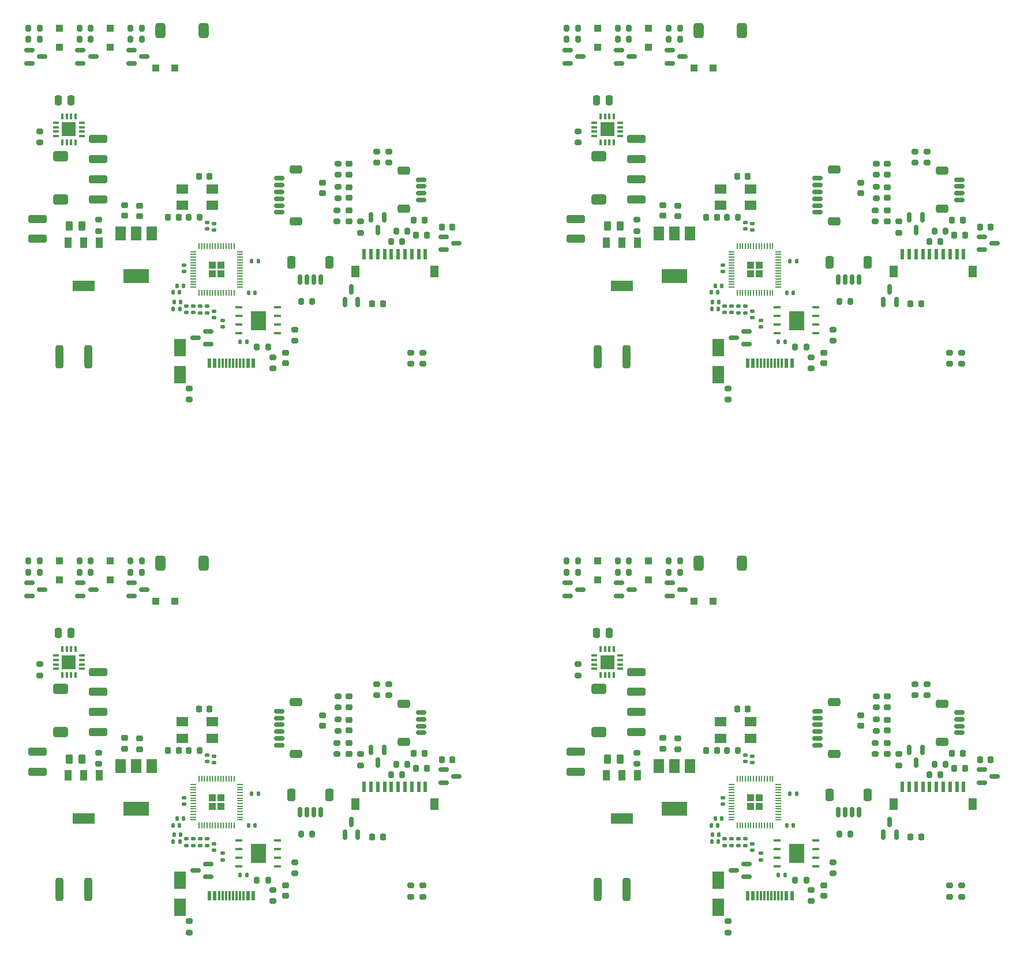
<source format=gtp>
G04 #@! TF.GenerationSoftware,KiCad,Pcbnew,6.0.0-d3dd2cf0fa~116~ubuntu20.04.1*
G04 #@! TF.CreationDate,2023-02-24T20:34:37+00:00*
G04 #@! TF.ProjectId,pixel-pump-mainboard-panel,70697865-6c2d-4707-956d-702d6d61696e,9*
G04 #@! TF.SameCoordinates,Original*
G04 #@! TF.FileFunction,Paste,Top*
G04 #@! TF.FilePolarity,Positive*
%FSLAX46Y46*%
G04 Gerber Fmt 4.6, Leading zero omitted, Abs format (unit mm)*
G04 Created by KiCad (PCBNEW 6.0.0-d3dd2cf0fa~116~ubuntu20.04.1) date 2023-02-24 20:34:37*
%MOMM*%
%LPD*%
G01*
G04 APERTURE LIST*
G04 Aperture macros list*
%AMRoundRect*
0 Rectangle with rounded corners*
0 $1 Rounding radius*
0 $2 $3 $4 $5 $6 $7 $8 $9 X,Y pos of 4 corners*
0 Add a 4 corners polygon primitive as box body*
4,1,4,$2,$3,$4,$5,$6,$7,$8,$9,$2,$3,0*
0 Add four circle primitives for the rounded corners*
1,1,$1+$1,$2,$3*
1,1,$1+$1,$4,$5*
1,1,$1+$1,$6,$7*
1,1,$1+$1,$8,$9*
0 Add four rect primitives between the rounded corners*
20,1,$1+$1,$2,$3,$4,$5,0*
20,1,$1+$1,$4,$5,$6,$7,0*
20,1,$1+$1,$6,$7,$8,$9,0*
20,1,$1+$1,$8,$9,$2,$3,0*%
G04 Aperture macros list end*
%ADD10C,0.010000*%
%ADD11RoundRect,0.225000X0.250000X-0.225000X0.250000X0.225000X-0.250000X0.225000X-0.250000X-0.225000X0*%
%ADD12RoundRect,0.200000X-0.275000X0.200000X-0.275000X-0.200000X0.275000X-0.200000X0.275000X0.200000X0*%
%ADD13RoundRect,0.150000X-0.587500X-0.150000X0.587500X-0.150000X0.587500X0.150000X-0.587500X0.150000X0*%
%ADD14RoundRect,0.200000X-0.200000X-0.275000X0.200000X-0.275000X0.200000X0.275000X-0.200000X0.275000X0*%
%ADD15R,1.800000X2.500000*%
%ADD16RoundRect,0.250000X0.292217X0.292217X-0.292217X0.292217X-0.292217X-0.292217X0.292217X-0.292217X0*%
%ADD17RoundRect,0.050000X0.387500X0.050000X-0.387500X0.050000X-0.387500X-0.050000X0.387500X-0.050000X0*%
%ADD18RoundRect,0.050000X0.050000X0.387500X-0.050000X0.387500X-0.050000X-0.387500X0.050000X-0.387500X0*%
%ADD19RoundRect,0.225000X-0.250000X0.225000X-0.250000X-0.225000X0.250000X-0.225000X0.250000X0.225000X0*%
%ADD20RoundRect,0.140000X0.140000X0.170000X-0.140000X0.170000X-0.140000X-0.170000X0.140000X-0.170000X0*%
%ADD21RoundRect,0.225000X0.225000X0.250000X-0.225000X0.250000X-0.225000X-0.250000X0.225000X-0.250000X0*%
%ADD22R,1.100000X1.100000*%
%ADD23R,0.600000X1.450000*%
%ADD24R,0.300000X1.450000*%
%ADD25RoundRect,0.200000X0.200000X0.275000X-0.200000X0.275000X-0.200000X-0.275000X0.200000X-0.275000X0*%
%ADD26RoundRect,0.218750X-0.256250X0.218750X-0.256250X-0.218750X0.256250X-0.218750X0.256250X0.218750X0*%
%ADD27RoundRect,0.250000X0.312500X1.450000X-0.312500X1.450000X-0.312500X-1.450000X0.312500X-1.450000X0*%
%ADD28R,0.990600X1.498600*%
%ADD29R,3.276600X1.498600*%
%ADD30R,1.500000X2.000000*%
%ADD31R,3.800000X2.000000*%
%ADD32RoundRect,0.140000X-0.140000X-0.170000X0.140000X-0.170000X0.140000X0.170000X-0.140000X0.170000X0*%
%ADD33RoundRect,0.150000X-0.150000X-0.625000X0.150000X-0.625000X0.150000X0.625000X-0.150000X0.625000X0*%
%ADD34RoundRect,0.250000X-0.350000X-0.650000X0.350000X-0.650000X0.350000X0.650000X-0.350000X0.650000X0*%
%ADD35RoundRect,0.135000X-0.185000X0.135000X-0.185000X-0.135000X0.185000X-0.135000X0.185000X0.135000X0*%
%ADD36RoundRect,0.375000X0.375000X0.725000X-0.375000X0.725000X-0.375000X-0.725000X0.375000X-0.725000X0*%
%ADD37RoundRect,0.250000X0.262500X0.450000X-0.262500X0.450000X-0.262500X-0.450000X0.262500X-0.450000X0*%
%ADD38RoundRect,0.250000X-0.250000X-0.475000X0.250000X-0.475000X0.250000X0.475000X-0.250000X0.475000X0*%
%ADD39RoundRect,0.200000X0.275000X-0.200000X0.275000X0.200000X-0.275000X0.200000X-0.275000X-0.200000X0*%
%ADD40RoundRect,0.150000X0.625000X-0.150000X0.625000X0.150000X-0.625000X0.150000X-0.625000X-0.150000X0*%
%ADD41RoundRect,0.250000X0.650000X-0.350000X0.650000X0.350000X-0.650000X0.350000X-0.650000X-0.350000X0*%
%ADD42RoundRect,0.140000X-0.170000X0.140000X-0.170000X-0.140000X0.170000X-0.140000X0.170000X0.140000X0*%
%ADD43RoundRect,0.250000X-1.100000X0.325000X-1.100000X-0.325000X1.100000X-0.325000X1.100000X0.325000X0*%
%ADD44RoundRect,0.375000X-0.725000X0.375000X-0.725000X-0.375000X0.725000X-0.375000X0.725000X0.375000X0*%
%ADD45RoundRect,0.150000X0.587500X0.150000X-0.587500X0.150000X-0.587500X-0.150000X0.587500X-0.150000X0*%
%ADD46R,1.800000X1.400000*%
%ADD47RoundRect,0.150000X0.150000X-0.587500X0.150000X0.587500X-0.150000X0.587500X-0.150000X-0.587500X0*%
%ADD48RoundRect,0.150000X-0.150000X0.587500X-0.150000X-0.587500X0.150000X-0.587500X0.150000X0.587500X0*%
%ADD49RoundRect,0.250000X1.100000X-0.325000X1.100000X0.325000X-1.100000X0.325000X-1.100000X-0.325000X0*%
%ADD50R,0.600000X1.550000*%
%ADD51R,1.200000X1.800000*%
%ADD52RoundRect,0.140000X0.170000X-0.140000X0.170000X0.140000X-0.170000X0.140000X-0.170000X-0.140000X0*%
%ADD53R,0.965200X0.381000*%
%ADD54R,0.381000X0.965200*%
%ADD55R,2.159000X2.159000*%
%ADD56R,1.040000X0.440000*%
%ADD57RoundRect,0.225000X-0.225000X-0.250000X0.225000X-0.250000X0.225000X0.250000X-0.225000X0.250000X0*%
%ADD58RoundRect,0.150000X-0.625000X0.150000X-0.625000X-0.150000X0.625000X-0.150000X0.625000X0.150000X0*%
%ADD59RoundRect,0.250000X-0.650000X0.350000X-0.650000X-0.350000X0.650000X-0.350000X0.650000X0.350000X0*%
G04 APERTURE END LIST*
D10*
G04 #@! TO.C,U3*
X127056000Y-144939019D02*
X124896000Y-144939019D01*
X124896000Y-144939019D02*
X124896000Y-142219019D01*
X124896000Y-142219019D02*
X127056000Y-142219019D01*
X127056000Y-142219019D02*
X127056000Y-144939019D01*
G36*
X127056000Y-144939019D02*
G01*
X124896000Y-144939019D01*
X124896000Y-142219019D01*
X127056000Y-142219019D01*
X127056000Y-144939019D01*
G37*
X127056000Y-144939019D02*
X124896000Y-144939019D01*
X124896000Y-142219019D01*
X127056000Y-142219019D01*
X127056000Y-144939019D01*
X48056000Y-144939019D02*
X45896000Y-144939019D01*
X45896000Y-144939019D02*
X45896000Y-142219019D01*
X45896000Y-142219019D02*
X48056000Y-142219019D01*
X48056000Y-142219019D02*
X48056000Y-144939019D01*
G36*
X48056000Y-144939019D02*
G01*
X45896000Y-144939019D01*
X45896000Y-142219019D01*
X48056000Y-142219019D01*
X48056000Y-144939019D01*
G37*
X48056000Y-144939019D02*
X45896000Y-144939019D01*
X45896000Y-142219019D01*
X48056000Y-142219019D01*
X48056000Y-144939019D01*
X48056000Y-66679399D02*
X45896000Y-66679399D01*
X45896000Y-66679399D02*
X45896000Y-63959399D01*
X45896000Y-63959399D02*
X48056000Y-63959399D01*
X48056000Y-63959399D02*
X48056000Y-66679399D01*
G36*
X48056000Y-66679399D02*
G01*
X45896000Y-66679399D01*
X45896000Y-63959399D01*
X48056000Y-63959399D01*
X48056000Y-66679399D01*
G37*
X48056000Y-66679399D02*
X45896000Y-66679399D01*
X45896000Y-63959399D01*
X48056000Y-63959399D01*
X48056000Y-66679399D01*
X127056000Y-66679399D02*
X124896000Y-66679399D01*
X124896000Y-66679399D02*
X124896000Y-63959399D01*
X124896000Y-63959399D02*
X127056000Y-63959399D01*
X127056000Y-63959399D02*
X127056000Y-66679399D01*
G36*
X127056000Y-66679399D02*
G01*
X124896000Y-66679399D01*
X124896000Y-63959399D01*
X127056000Y-63959399D01*
X127056000Y-66679399D01*
G37*
X127056000Y-66679399D02*
X124896000Y-66679399D01*
X124896000Y-63959399D01*
X127056000Y-63959399D01*
X127056000Y-66679399D01*
G04 #@! TD*
D11*
G04 #@! TO.C,C11*
X29607400Y-128301219D03*
X29607400Y-126751219D03*
G04 #@! TD*
D12*
G04 #@! TO.C,R8*
X58665000Y-42269399D03*
X58665000Y-43919399D03*
G04 #@! TD*
D13*
G04 #@! TO.C,Q3*
X28390500Y-103891019D03*
X28390500Y-105791019D03*
X30265500Y-104841019D03*
G04 #@! TD*
D14*
G04 #@! TO.C,R6*
X92263000Y-22390399D03*
X93913000Y-22390399D03*
G04 #@! TD*
D15*
G04 #@! TO.C,D5*
X35487000Y-69299199D03*
X35487000Y-73299199D03*
G04 #@! TD*
D16*
G04 #@! TO.C,U4*
X41517500Y-136723519D03*
X41517500Y-135448519D03*
X40242500Y-136723519D03*
X40242500Y-135448519D03*
D17*
X44317500Y-138686019D03*
X44317500Y-138286019D03*
X44317500Y-137886019D03*
X44317500Y-137486019D03*
X44317500Y-137086019D03*
X44317500Y-136686019D03*
X44317500Y-136286019D03*
X44317500Y-135886019D03*
X44317500Y-135486019D03*
X44317500Y-135086019D03*
X44317500Y-134686019D03*
X44317500Y-134286019D03*
X44317500Y-133886019D03*
X44317500Y-133486019D03*
D18*
X43480000Y-132648519D03*
X43080000Y-132648519D03*
X42680000Y-132648519D03*
X42280000Y-132648519D03*
X41880000Y-132648519D03*
X41480000Y-132648519D03*
X41080000Y-132648519D03*
X40680000Y-132648519D03*
X40280000Y-132648519D03*
X39880000Y-132648519D03*
X39480000Y-132648519D03*
X39080000Y-132648519D03*
X38680000Y-132648519D03*
X38280000Y-132648519D03*
D17*
X37442500Y-133486019D03*
X37442500Y-133886019D03*
X37442500Y-134286019D03*
X37442500Y-134686019D03*
X37442500Y-135086019D03*
X37442500Y-135486019D03*
X37442500Y-135886019D03*
X37442500Y-136286019D03*
X37442500Y-136686019D03*
X37442500Y-137086019D03*
X37442500Y-137486019D03*
X37442500Y-137886019D03*
X37442500Y-138286019D03*
X37442500Y-138686019D03*
D18*
X38280000Y-139523519D03*
X38680000Y-139523519D03*
X39080000Y-139523519D03*
X39480000Y-139523519D03*
X39880000Y-139523519D03*
X40280000Y-139523519D03*
X40680000Y-139523519D03*
X41080000Y-139523519D03*
X41480000Y-139523519D03*
X41880000Y-139523519D03*
X42280000Y-139523519D03*
X42680000Y-139523519D03*
X43080000Y-139523519D03*
X43480000Y-139523519D03*
G04 #@! TD*
D19*
G04 #@! TO.C,C21*
X50968800Y-148315819D03*
X50968800Y-149865819D03*
G04 #@! TD*
D20*
G04 #@! TO.C,C22*
X125978400Y-56581799D03*
X125018400Y-56581799D03*
G04 #@! TD*
D21*
G04 #@! TO.C,C7*
X114310000Y-50206399D03*
X112760000Y-50206399D03*
G04 #@! TD*
D14*
G04 #@! TO.C,R15*
X99756000Y-24041399D03*
X101406000Y-24041399D03*
G04 #@! TD*
D22*
G04 #@! TO.C,D9*
X104264000Y-22387399D03*
X104264000Y-25187399D03*
G04 #@! TD*
D23*
G04 #@! TO.C,J12*
X39794000Y-149871519D03*
X40594000Y-149871519D03*
D24*
X41794000Y-149871519D03*
X42794000Y-149871519D03*
X43294000Y-149871519D03*
X44294000Y-149871519D03*
D23*
X46294000Y-149871519D03*
X45494000Y-149871519D03*
D24*
X44794000Y-149871519D03*
X43794000Y-149871519D03*
X42294000Y-149871519D03*
X41294000Y-149871519D03*
G04 #@! TD*
D20*
G04 #@! TO.C,C18*
X125546600Y-139515019D03*
X124586600Y-139515019D03*
G04 #@! TD*
D12*
G04 #@! TO.C,R22*
X66158000Y-40491399D03*
X66158000Y-42141399D03*
G04 #@! TD*
G04 #@! TO.C,R10*
X137538000Y-49127399D03*
X137538000Y-50777399D03*
G04 #@! TD*
D25*
G04 #@! TO.C,R27*
X117408000Y-128466019D03*
X115758000Y-128466019D03*
G04 #@! TD*
D26*
G04 #@! TO.C,D7*
X139316000Y-127424519D03*
X139316000Y-128999519D03*
G04 #@! TD*
D27*
G04 #@! TO.C,F1*
X22067500Y-70653399D03*
X17792500Y-70653399D03*
G04 #@! TD*
D28*
G04 #@! TO.C,Q4*
X102613000Y-53914799D03*
X100327000Y-53914799D03*
X98041000Y-53914799D03*
D29*
X100327000Y-60213999D03*
G04 #@! TD*
D27*
G04 #@! TO.C,F1*
X101067500Y-70653399D03*
X96792500Y-70653399D03*
G04 #@! TD*
D12*
G04 #@! TO.C,R12*
X58665000Y-45698399D03*
X58665000Y-47348399D03*
G04 #@! TD*
D30*
G04 #@! TO.C,U1*
X31374000Y-52517399D03*
X29074000Y-52517399D03*
X26774000Y-52517399D03*
D31*
X29074000Y-58817399D03*
G04 #@! TD*
D11*
G04 #@! TO.C,C11*
X29607400Y-50041599D03*
X29607400Y-48491599D03*
G04 #@! TD*
D26*
G04 #@! TO.C,D2*
X139316000Y-42306899D03*
X139316000Y-43881899D03*
G04 #@! TD*
D32*
G04 #@! TO.C,C23*
X35066000Y-138499019D03*
X36026000Y-138499019D03*
G04 #@! TD*
D33*
G04 #@! TO.C,J9*
X132126400Y-137563419D03*
X133126400Y-137563419D03*
X134126400Y-137563419D03*
X135126400Y-137563419D03*
D34*
X130826400Y-135038419D03*
X136426400Y-135038419D03*
G04 #@! TD*
D35*
G04 #@! TO.C,R4*
X118483000Y-63186399D03*
X118483000Y-64206399D03*
G04 #@! TD*
D36*
G04 #@! TO.C,L2*
X38942000Y-100971019D03*
X32642000Y-100971019D03*
G04 #@! TD*
D20*
G04 #@! TO.C,C18*
X125546600Y-61255399D03*
X124586600Y-61255399D03*
G04 #@! TD*
D37*
G04 #@! TO.C,R19*
X21096500Y-51476399D03*
X19271500Y-51476399D03*
G04 #@! TD*
G04 #@! TO.C,R19*
X100096500Y-129736019D03*
X98271500Y-129736019D03*
G04 #@! TD*
D38*
G04 #@! TO.C,C2*
X17600000Y-111226019D03*
X19500000Y-111226019D03*
G04 #@! TD*
D39*
G04 #@! TO.C,R28*
X52315000Y-68303399D03*
X52315000Y-66653399D03*
G04 #@! TD*
D21*
G04 #@! TO.C,C25*
X150708200Y-131082219D03*
X149158200Y-131082219D03*
G04 #@! TD*
D25*
G04 #@! TO.C,R2*
X48441000Y-147516019D03*
X46791000Y-147516019D03*
G04 #@! TD*
D35*
G04 #@! TO.C,R4*
X39483000Y-141446019D03*
X39483000Y-142466019D03*
G04 #@! TD*
D40*
G04 #@! TO.C,J7*
X70912000Y-125902019D03*
X70912000Y-124902019D03*
X70912000Y-123902019D03*
X70912000Y-122902019D03*
D41*
X68387000Y-127202019D03*
X68387000Y-121602019D03*
G04 #@! TD*
D42*
G04 #@! TO.C,C12*
X118513400Y-129177219D03*
X118513400Y-130137219D03*
G04 #@! TD*
D26*
G04 #@! TO.C,D7*
X60316000Y-49164899D03*
X60316000Y-50739899D03*
G04 #@! TD*
D12*
G04 #@! TO.C,R8*
X137665000Y-42269399D03*
X137665000Y-43919399D03*
G04 #@! TD*
D13*
G04 #@! TO.C,Q2*
X99897500Y-103891019D03*
X99897500Y-105791019D03*
X101772500Y-104841019D03*
G04 #@! TD*
D39*
G04 #@! TO.C,R3*
X128140000Y-150627019D03*
X128140000Y-148977019D03*
G04 #@! TD*
D14*
G04 #@! TO.C,R29*
X146238000Y-52238399D03*
X147888000Y-52238399D03*
G04 #@! TD*
D43*
G04 #@! TO.C,C5*
X93600000Y-50391399D03*
X93600000Y-53341399D03*
G04 #@! TD*
D44*
G04 #@! TO.C,L1*
X96957500Y-41216399D03*
X96957500Y-47516399D03*
G04 #@! TD*
D45*
G04 #@! TO.C,D4*
X118663500Y-147069019D03*
X118663500Y-145169019D03*
X116788500Y-146119019D03*
G04 #@! TD*
D32*
G04 #@! TO.C,C19*
X113456400Y-139464219D03*
X114416400Y-139464219D03*
G04 #@! TD*
D39*
G04 #@! TO.C,R28*
X52315000Y-146563019D03*
X52315000Y-144913019D03*
G04 #@! TD*
D19*
G04 #@! TO.C,C21*
X129968800Y-70056199D03*
X129968800Y-71606199D03*
G04 #@! TD*
D46*
G04 #@! TO.C,Y1*
X119270000Y-46026399D03*
X114870000Y-46026399D03*
X114870000Y-48426399D03*
X119270000Y-48426399D03*
G04 #@! TD*
D12*
G04 #@! TO.C,R25*
X61967000Y-129038019D03*
X61967000Y-130688019D03*
G04 #@! TD*
D42*
G04 #@! TO.C,C14*
X116430600Y-63216399D03*
X116430600Y-64176399D03*
G04 #@! TD*
D11*
G04 #@! TO.C,C11*
X108607400Y-50041599D03*
X108607400Y-48491599D03*
G04 #@! TD*
D42*
G04 #@! TO.C,C12*
X118513400Y-50917599D03*
X118513400Y-51877599D03*
G04 #@! TD*
D21*
G04 #@! TO.C,C7*
X114310000Y-128466019D03*
X112760000Y-128466019D03*
G04 #@! TD*
D26*
G04 #@! TO.C,D8*
X139316000Y-45735899D03*
X139316000Y-47310899D03*
G04 #@! TD*
D14*
G04 #@! TO.C,R26*
X53268000Y-140785019D03*
X54918000Y-140785019D03*
G04 #@! TD*
D13*
G04 #@! TO.C,D6*
X74192300Y-53058399D03*
X74192300Y-54958399D03*
X76067300Y-54008399D03*
G04 #@! TD*
D35*
G04 #@! TO.C,R5*
X117467000Y-63186399D03*
X117467000Y-64206399D03*
G04 #@! TD*
D27*
G04 #@! TO.C,F1*
X101067500Y-148913019D03*
X96792500Y-148913019D03*
G04 #@! TD*
D13*
G04 #@! TO.C,Q2*
X20897500Y-103891019D03*
X20897500Y-105791019D03*
X22772500Y-104841019D03*
G04 #@! TD*
D47*
G04 #@! TO.C,D1*
X59721600Y-62624699D03*
X61621600Y-62624699D03*
X60671600Y-60749699D03*
G04 #@! TD*
D13*
G04 #@! TO.C,Q3*
X28390500Y-25631399D03*
X28390500Y-27531399D03*
X30265500Y-26581399D03*
G04 #@! TD*
D22*
G04 #@! TO.C,D9*
X25264000Y-22387399D03*
X25264000Y-25187399D03*
G04 #@! TD*
D39*
G04 #@! TO.C,R24*
X150187200Y-71706999D03*
X150187200Y-70056999D03*
G04 #@! TD*
D44*
G04 #@! TO.C,L1*
X17957500Y-41216399D03*
X17957500Y-47516399D03*
G04 #@! TD*
D48*
G04 #@! TO.C,Q5*
X65457000Y-128417519D03*
X63557000Y-128417519D03*
X64507000Y-130292519D03*
G04 #@! TD*
D26*
G04 #@! TO.C,D7*
X139316000Y-49164899D03*
X139316000Y-50739899D03*
G04 #@! TD*
D39*
G04 #@! TO.C,R24*
X150187200Y-149966619D03*
X150187200Y-148316619D03*
G04 #@! TD*
D28*
G04 #@! TO.C,Q4*
X102613000Y-132174419D03*
X100327000Y-132174419D03*
X98041000Y-132174419D03*
D29*
X100327000Y-138473619D03*
G04 #@! TD*
D26*
G04 #@! TO.C,D8*
X60316000Y-45735899D03*
X60316000Y-47310899D03*
G04 #@! TD*
D20*
G04 #@! TO.C,C15*
X35624600Y-62601599D03*
X34664600Y-62601599D03*
G04 #@! TD*
D33*
G04 #@! TO.C,J9*
X53126400Y-137563419D03*
X54126400Y-137563419D03*
X55126400Y-137563419D03*
X56126400Y-137563419D03*
D34*
X57426400Y-135038419D03*
X51826400Y-135038419D03*
G04 #@! TD*
D39*
G04 #@! TO.C,R24*
X71187200Y-71706999D03*
X71187200Y-70056999D03*
G04 #@! TD*
D38*
G04 #@! TO.C,C2*
X96600000Y-111226019D03*
X98500000Y-111226019D03*
G04 #@! TD*
D49*
G04 #@! TO.C,C4*
X23500000Y-47541399D03*
X23500000Y-44591399D03*
G04 #@! TD*
D14*
G04 #@! TO.C,R15*
X20756000Y-24041399D03*
X22406000Y-24041399D03*
G04 #@! TD*
D21*
G04 #@! TO.C,C24*
X75492800Y-51603399D03*
X73942800Y-51603399D03*
G04 #@! TD*
D49*
G04 #@! TO.C,C4*
X23500000Y-125801019D03*
X23500000Y-122851019D03*
G04 #@! TD*
D11*
G04 #@! TO.C,C27*
X135404400Y-124872219D03*
X135404400Y-123322219D03*
G04 #@! TD*
D43*
G04 #@! TO.C,C5*
X93600000Y-128651019D03*
X93600000Y-131601019D03*
G04 #@! TD*
D21*
G04 #@! TO.C,C6*
X118805800Y-44161199D03*
X117255800Y-44161199D03*
G04 #@! TD*
D26*
G04 #@! TO.C,D2*
X60316000Y-120566519D03*
X60316000Y-122141519D03*
G04 #@! TD*
D14*
G04 #@! TO.C,R13*
X66476000Y-132022019D03*
X68126000Y-132022019D03*
G04 #@! TD*
G04 #@! TO.C,R6*
X92263000Y-100650019D03*
X93913000Y-100650019D03*
G04 #@! TD*
D21*
G04 #@! TO.C,C25*
X150708200Y-52822599D03*
X149158200Y-52822599D03*
G04 #@! TD*
D14*
G04 #@! TO.C,R11*
X107249000Y-22390399D03*
X108899000Y-22390399D03*
G04 #@! TD*
D48*
G04 #@! TO.C,Q5*
X65457000Y-50157899D03*
X63557000Y-50157899D03*
X64507000Y-52032899D03*
G04 #@! TD*
D38*
G04 #@! TO.C,C2*
X17600000Y-32966399D03*
X19500000Y-32966399D03*
G04 #@! TD*
D22*
G04 #@! TO.C,D3*
X96771000Y-22387399D03*
X96771000Y-25187399D03*
G04 #@! TD*
D12*
G04 #@! TO.C,R14*
X93950000Y-37541399D03*
X93950000Y-39191399D03*
G04 #@! TD*
D50*
G04 #@! TO.C,J10*
X150521600Y-133848019D03*
X149521600Y-133848019D03*
X148521600Y-133848019D03*
X147521600Y-133848019D03*
X146521600Y-133848019D03*
X145521600Y-133848019D03*
X144521600Y-133848019D03*
X143521600Y-133848019D03*
X142521600Y-133848019D03*
X141521600Y-133848019D03*
D51*
X151821600Y-136373019D03*
X140221600Y-136373019D03*
G04 #@! TD*
D20*
G04 #@! TO.C,C18*
X46546600Y-61255399D03*
X45586600Y-61255399D03*
G04 #@! TD*
D16*
G04 #@! TO.C,U4*
X119242500Y-57188899D03*
X119242500Y-58463899D03*
X120517500Y-57188899D03*
X120517500Y-58463899D03*
D17*
X123317500Y-60426399D03*
X123317500Y-60026399D03*
X123317500Y-59626399D03*
X123317500Y-59226399D03*
X123317500Y-58826399D03*
X123317500Y-58426399D03*
X123317500Y-58026399D03*
X123317500Y-57626399D03*
X123317500Y-57226399D03*
X123317500Y-56826399D03*
X123317500Y-56426399D03*
X123317500Y-56026399D03*
X123317500Y-55626399D03*
X123317500Y-55226399D03*
D18*
X122480000Y-54388899D03*
X122080000Y-54388899D03*
X121680000Y-54388899D03*
X121280000Y-54388899D03*
X120880000Y-54388899D03*
X120480000Y-54388899D03*
X120080000Y-54388899D03*
X119680000Y-54388899D03*
X119280000Y-54388899D03*
X118880000Y-54388899D03*
X118480000Y-54388899D03*
X118080000Y-54388899D03*
X117680000Y-54388899D03*
X117280000Y-54388899D03*
D17*
X116442500Y-55226399D03*
X116442500Y-55626399D03*
X116442500Y-56026399D03*
X116442500Y-56426399D03*
X116442500Y-56826399D03*
X116442500Y-57226399D03*
X116442500Y-57626399D03*
X116442500Y-58026399D03*
X116442500Y-58426399D03*
X116442500Y-58826399D03*
X116442500Y-59226399D03*
X116442500Y-59626399D03*
X116442500Y-60026399D03*
X116442500Y-60426399D03*
D18*
X117280000Y-61263899D03*
X117680000Y-61263899D03*
X118080000Y-61263899D03*
X118480000Y-61263899D03*
X118880000Y-61263899D03*
X119280000Y-61263899D03*
X119680000Y-61263899D03*
X120080000Y-61263899D03*
X120480000Y-61263899D03*
X120880000Y-61263899D03*
X121280000Y-61263899D03*
X121680000Y-61263899D03*
X122080000Y-61263899D03*
X122480000Y-61263899D03*
G04 #@! TD*
D13*
G04 #@! TO.C,Q1*
X13404500Y-25631399D03*
X13404500Y-27531399D03*
X15279500Y-26581399D03*
G04 #@! TD*
D26*
G04 #@! TO.C,D8*
X60316000Y-123995519D03*
X60316000Y-125570519D03*
G04 #@! TD*
D52*
G04 #@! TO.C,C16*
X115135200Y-58128599D03*
X115135200Y-57168599D03*
G04 #@! TD*
D20*
G04 #@! TO.C,C10*
X124302000Y-68494399D03*
X123342000Y-68494399D03*
G04 #@! TD*
D14*
G04 #@! TO.C,R29*
X146238000Y-130498019D03*
X147888000Y-130498019D03*
G04 #@! TD*
D22*
G04 #@! TO.C,D10*
X110912800Y-28286199D03*
X113712800Y-28286199D03*
G04 #@! TD*
D52*
G04 #@! TO.C,C16*
X36135200Y-58128599D03*
X36135200Y-57168599D03*
G04 #@! TD*
D50*
G04 #@! TO.C,J10*
X71521600Y-55588399D03*
X70521600Y-55588399D03*
X69521600Y-55588399D03*
X68521600Y-55588399D03*
X67521600Y-55588399D03*
X66521600Y-55588399D03*
X65521600Y-55588399D03*
X64521600Y-55588399D03*
X63521600Y-55588399D03*
X62521600Y-55588399D03*
D51*
X72821600Y-58113399D03*
X61221600Y-58113399D03*
G04 #@! TD*
D12*
G04 #@! TO.C,R25*
X61967000Y-50778399D03*
X61967000Y-52428399D03*
G04 #@! TD*
D53*
G04 #@! TO.C,U2*
X21105000Y-116491219D03*
X21105000Y-115856219D03*
X21105000Y-115195819D03*
X21105000Y-114560819D03*
D54*
X20165200Y-113621019D03*
X19530200Y-113621019D03*
X18869800Y-113621019D03*
X18234800Y-113621019D03*
D53*
X17295000Y-114560819D03*
X17295000Y-115195819D03*
X17295000Y-115856219D03*
X17295000Y-116491219D03*
D54*
X18234800Y-117431019D03*
X18869800Y-117431019D03*
X19530200Y-117431019D03*
X20165200Y-117431019D03*
D55*
X19200000Y-115526019D03*
G04 #@! TD*
D21*
G04 #@! TO.C,C6*
X39805800Y-122420819D03*
X38255800Y-122420819D03*
G04 #@! TD*
D14*
G04 #@! TO.C,R15*
X99756000Y-102301019D03*
X101406000Y-102301019D03*
G04 #@! TD*
D12*
G04 #@! TO.C,R14*
X14950000Y-115801019D03*
X14950000Y-117451019D03*
G04 #@! TD*
D43*
G04 #@! TO.C,C1*
X102500000Y-116951019D03*
X102500000Y-119901019D03*
G04 #@! TD*
G04 #@! TO.C,C5*
X14600000Y-128651019D03*
X14600000Y-131601019D03*
G04 #@! TD*
D14*
G04 #@! TO.C,R7*
X92263000Y-24041399D03*
X93913000Y-24041399D03*
G04 #@! TD*
D50*
G04 #@! TO.C,J10*
X150521600Y-55588399D03*
X149521600Y-55588399D03*
X148521600Y-55588399D03*
X147521600Y-55588399D03*
X146521600Y-55588399D03*
X145521600Y-55588399D03*
X144521600Y-55588399D03*
X143521600Y-55588399D03*
X142521600Y-55588399D03*
X141521600Y-55588399D03*
D51*
X151821600Y-58113399D03*
X140221600Y-58113399D03*
G04 #@! TD*
D14*
G04 #@! TO.C,R9*
X99756000Y-100650019D03*
X101406000Y-100650019D03*
G04 #@! TD*
D12*
G04 #@! TO.C,R10*
X58538000Y-127387019D03*
X58538000Y-129037019D03*
G04 #@! TD*
D40*
G04 #@! TO.C,J7*
X149912000Y-47642399D03*
X149912000Y-46642399D03*
X149912000Y-45642399D03*
X149912000Y-44642399D03*
D41*
X147387000Y-48942399D03*
X147387000Y-43342399D03*
G04 #@! TD*
D23*
G04 #@! TO.C,J12*
X118794000Y-71611899D03*
X119594000Y-71611899D03*
D24*
X120794000Y-71611899D03*
X121794000Y-71611899D03*
X122294000Y-71611899D03*
X123294000Y-71611899D03*
D23*
X125294000Y-71611899D03*
X124494000Y-71611899D03*
D24*
X123794000Y-71611899D03*
X122794000Y-71611899D03*
X121294000Y-71611899D03*
X120294000Y-71611899D03*
G04 #@! TD*
D28*
G04 #@! TO.C,Q4*
X23613000Y-53914799D03*
X21327000Y-53914799D03*
X19041000Y-53914799D03*
D29*
X21327000Y-60213999D03*
G04 #@! TD*
D12*
G04 #@! TO.C,R8*
X137665000Y-120529019D03*
X137665000Y-122179019D03*
G04 #@! TD*
D25*
G04 #@! TO.C,R2*
X127441000Y-69256399D03*
X125791000Y-69256399D03*
G04 #@! TD*
D12*
G04 #@! TO.C,R22*
X145158000Y-40491399D03*
X145158000Y-42141399D03*
G04 #@! TD*
D49*
G04 #@! TO.C,C4*
X102500000Y-47541399D03*
X102500000Y-44591399D03*
G04 #@! TD*
D12*
G04 #@! TO.C,R20*
X23600000Y-50541399D03*
X23600000Y-52191399D03*
G04 #@! TD*
D14*
G04 #@! TO.C,R17*
X107249000Y-102301019D03*
X108899000Y-102301019D03*
G04 #@! TD*
D48*
G04 #@! TO.C,Q5*
X144457000Y-50157899D03*
X142557000Y-50157899D03*
X143507000Y-52032899D03*
G04 #@! TD*
D12*
G04 #@! TO.C,R25*
X140967000Y-129038019D03*
X140967000Y-130688019D03*
G04 #@! TD*
D32*
G04 #@! TO.C,C23*
X114066000Y-138499019D03*
X115026000Y-138499019D03*
G04 #@! TD*
D16*
G04 #@! TO.C,U4*
X119242500Y-135448519D03*
X120517500Y-135448519D03*
X119242500Y-136723519D03*
X120517500Y-136723519D03*
D17*
X123317500Y-138686019D03*
X123317500Y-138286019D03*
X123317500Y-137886019D03*
X123317500Y-137486019D03*
X123317500Y-137086019D03*
X123317500Y-136686019D03*
X123317500Y-136286019D03*
X123317500Y-135886019D03*
X123317500Y-135486019D03*
X123317500Y-135086019D03*
X123317500Y-134686019D03*
X123317500Y-134286019D03*
X123317500Y-133886019D03*
X123317500Y-133486019D03*
D18*
X122480000Y-132648519D03*
X122080000Y-132648519D03*
X121680000Y-132648519D03*
X121280000Y-132648519D03*
X120880000Y-132648519D03*
X120480000Y-132648519D03*
X120080000Y-132648519D03*
X119680000Y-132648519D03*
X119280000Y-132648519D03*
X118880000Y-132648519D03*
X118480000Y-132648519D03*
X118080000Y-132648519D03*
X117680000Y-132648519D03*
X117280000Y-132648519D03*
D17*
X116442500Y-133486019D03*
X116442500Y-133886019D03*
X116442500Y-134286019D03*
X116442500Y-134686019D03*
X116442500Y-135086019D03*
X116442500Y-135486019D03*
X116442500Y-135886019D03*
X116442500Y-136286019D03*
X116442500Y-136686019D03*
X116442500Y-137086019D03*
X116442500Y-137486019D03*
X116442500Y-137886019D03*
X116442500Y-138286019D03*
X116442500Y-138686019D03*
D18*
X117280000Y-139523519D03*
X117680000Y-139523519D03*
X118080000Y-139523519D03*
X118480000Y-139523519D03*
X118880000Y-139523519D03*
X119280000Y-139523519D03*
X119680000Y-139523519D03*
X120080000Y-139523519D03*
X120480000Y-139523519D03*
X120880000Y-139523519D03*
X121280000Y-139523519D03*
X121680000Y-139523519D03*
X122080000Y-139523519D03*
X122480000Y-139523519D03*
G04 #@! TD*
D42*
G04 #@! TO.C,C14*
X37430600Y-141476019D03*
X37430600Y-142436019D03*
G04 #@! TD*
D53*
G04 #@! TO.C,U2*
X100105000Y-116491219D03*
X100105000Y-115856219D03*
X100105000Y-115195819D03*
X100105000Y-114560819D03*
D54*
X99165200Y-113621019D03*
X98530200Y-113621019D03*
X97869800Y-113621019D03*
X97234800Y-113621019D03*
D53*
X96295000Y-114560819D03*
X96295000Y-115195819D03*
X96295000Y-115856219D03*
X96295000Y-116491219D03*
D54*
X97234800Y-117431019D03*
X97869800Y-117431019D03*
X98530200Y-117431019D03*
X99165200Y-117431019D03*
D55*
X98200000Y-115526019D03*
G04 #@! TD*
D13*
G04 #@! TO.C,Q3*
X107390500Y-25631399D03*
X107390500Y-27531399D03*
X109265500Y-26581399D03*
G04 #@! TD*
D39*
G04 #@! TO.C,R3*
X49140000Y-150627019D03*
X49140000Y-148977019D03*
G04 #@! TD*
D12*
G04 #@! TO.C,R8*
X58665000Y-120529019D03*
X58665000Y-122179019D03*
G04 #@! TD*
D56*
G04 #@! TO.C,U3*
X128821000Y-145484019D03*
X128821000Y-144214019D03*
X128821000Y-142944019D03*
X128821000Y-141674019D03*
X123131000Y-141674019D03*
X123131000Y-142944019D03*
X123131000Y-144214019D03*
X123131000Y-145484019D03*
G04 #@! TD*
D36*
G04 #@! TO.C,L2*
X117942000Y-100971019D03*
X111642000Y-100971019D03*
G04 #@! TD*
D20*
G04 #@! TO.C,C18*
X46546600Y-139515019D03*
X45586600Y-139515019D03*
G04 #@! TD*
D39*
G04 #@! TO.C,R24*
X71187200Y-149966619D03*
X71187200Y-148316619D03*
G04 #@! TD*
D21*
G04 #@! TO.C,C7*
X35310000Y-128466019D03*
X33760000Y-128466019D03*
G04 #@! TD*
D13*
G04 #@! TO.C,D6*
X74192300Y-131318019D03*
X74192300Y-133218019D03*
X76067300Y-132268019D03*
G04 #@! TD*
D15*
G04 #@! TO.C,D5*
X114487000Y-147558819D03*
X114487000Y-151558819D03*
G04 #@! TD*
D43*
G04 #@! TO.C,C1*
X23500000Y-38691399D03*
X23500000Y-41641399D03*
G04 #@! TD*
D19*
G04 #@! TO.C,C21*
X50968800Y-70056199D03*
X50968800Y-71606199D03*
G04 #@! TD*
D14*
G04 #@! TO.C,R13*
X66476000Y-53762399D03*
X68126000Y-53762399D03*
G04 #@! TD*
D26*
G04 #@! TO.C,D8*
X139316000Y-123995519D03*
X139316000Y-125570519D03*
G04 #@! TD*
D13*
G04 #@! TO.C,Q1*
X92404500Y-103891019D03*
X92404500Y-105791019D03*
X94279500Y-104841019D03*
G04 #@! TD*
D39*
G04 #@! TO.C,R3*
X49140000Y-72367399D03*
X49140000Y-70717399D03*
G04 #@! TD*
D42*
G04 #@! TO.C,C12*
X39513400Y-50917599D03*
X39513400Y-51877599D03*
G04 #@! TD*
D23*
G04 #@! TO.C,J12*
X39794000Y-71611899D03*
X40594000Y-71611899D03*
D24*
X41794000Y-71611899D03*
X42794000Y-71611899D03*
X43294000Y-71611899D03*
X44294000Y-71611899D03*
D23*
X46294000Y-71611899D03*
X45494000Y-71611899D03*
D24*
X44794000Y-71611899D03*
X43794000Y-71611899D03*
X42294000Y-71611899D03*
X41294000Y-71611899D03*
G04 #@! TD*
D21*
G04 #@! TO.C,C8*
X65282000Y-62906399D03*
X63732000Y-62906399D03*
G04 #@! TD*
D36*
G04 #@! TO.C,L2*
X117942000Y-22711399D03*
X111642000Y-22711399D03*
G04 #@! TD*
D21*
G04 #@! TO.C,C8*
X65282000Y-141166019D03*
X63732000Y-141166019D03*
G04 #@! TD*
D25*
G04 #@! TO.C,R27*
X117408000Y-50206399D03*
X115758000Y-50206399D03*
G04 #@! TD*
D12*
G04 #@! TO.C,R22*
X66158000Y-118751019D03*
X66158000Y-120401019D03*
G04 #@! TD*
D20*
G04 #@! TO.C,C10*
X124302000Y-146754019D03*
X123342000Y-146754019D03*
G04 #@! TD*
D11*
G04 #@! TO.C,C11*
X108607400Y-128301219D03*
X108607400Y-126751219D03*
G04 #@! TD*
D47*
G04 #@! TO.C,D1*
X59721600Y-140884319D03*
X61621600Y-140884319D03*
X60671600Y-139009319D03*
G04 #@! TD*
D12*
G04 #@! TO.C,R25*
X140967000Y-50778399D03*
X140967000Y-52428399D03*
G04 #@! TD*
D14*
G04 #@! TO.C,R9*
X99756000Y-22390399D03*
X101406000Y-22390399D03*
G04 #@! TD*
D12*
G04 #@! TO.C,R14*
X93950000Y-115801019D03*
X93950000Y-117451019D03*
G04 #@! TD*
D27*
G04 #@! TO.C,F1*
X22067500Y-148913019D03*
X17792500Y-148913019D03*
G04 #@! TD*
D13*
G04 #@! TO.C,Q1*
X13404500Y-103891019D03*
X13404500Y-105791019D03*
X15279500Y-104841019D03*
G04 #@! TD*
D40*
G04 #@! TO.C,J7*
X70912000Y-47642399D03*
X70912000Y-46642399D03*
X70912000Y-45642399D03*
X70912000Y-44642399D03*
D41*
X68387000Y-48942399D03*
X68387000Y-43342399D03*
G04 #@! TD*
D14*
G04 #@! TO.C,R17*
X107249000Y-24041399D03*
X108899000Y-24041399D03*
G04 #@! TD*
D20*
G04 #@! TO.C,C22*
X46978400Y-134841419D03*
X46018400Y-134841419D03*
G04 #@! TD*
D46*
G04 #@! TO.C,Y1*
X119270000Y-124286019D03*
X114870000Y-124286019D03*
X114870000Y-126686019D03*
X119270000Y-126686019D03*
G04 #@! TD*
D28*
G04 #@! TO.C,Q4*
X23613000Y-132174419D03*
X21327000Y-132174419D03*
X19041000Y-132174419D03*
D29*
X21327000Y-138473619D03*
G04 #@! TD*
D12*
G04 #@! TO.C,R21*
X143380000Y-118751019D03*
X143380000Y-120401019D03*
G04 #@! TD*
D52*
G04 #@! TO.C,C13*
X41799400Y-66307399D03*
X41799400Y-65347399D03*
G04 #@! TD*
D22*
G04 #@! TO.C,D9*
X104264000Y-100647019D03*
X104264000Y-103447019D03*
G04 #@! TD*
D35*
G04 #@! TO.C,R4*
X39483000Y-63186399D03*
X39483000Y-64206399D03*
G04 #@! TD*
D14*
G04 #@! TO.C,R26*
X132268000Y-140785019D03*
X133918000Y-140785019D03*
G04 #@! TD*
D20*
G04 #@! TO.C,C15*
X35624600Y-140861219D03*
X34664600Y-140861219D03*
G04 #@! TD*
D19*
G04 #@! TO.C,C21*
X129968800Y-148315819D03*
X129968800Y-149865819D03*
G04 #@! TD*
D35*
G04 #@! TO.C,R4*
X118483000Y-141446019D03*
X118483000Y-142466019D03*
G04 #@! TD*
D12*
G04 #@! TO.C,R20*
X23600000Y-128801019D03*
X23600000Y-130451019D03*
G04 #@! TD*
D43*
G04 #@! TO.C,C5*
X14600000Y-50391399D03*
X14600000Y-53341399D03*
G04 #@! TD*
D52*
G04 #@! TO.C,C17*
X119499000Y-143170019D03*
X119499000Y-142210019D03*
G04 #@! TD*
D22*
G04 #@! TO.C,D3*
X17771000Y-100647019D03*
X17771000Y-103447019D03*
G04 #@! TD*
D20*
G04 #@! TO.C,C22*
X125978400Y-134841419D03*
X125018400Y-134841419D03*
G04 #@! TD*
D42*
G04 #@! TO.C,C9*
X36438400Y-141484219D03*
X36438400Y-142444219D03*
G04 #@! TD*
D11*
G04 #@! TO.C,C3*
X106400000Y-49941399D03*
X106400000Y-48391399D03*
G04 #@! TD*
D12*
G04 #@! TO.C,R20*
X102600000Y-128801019D03*
X102600000Y-130451019D03*
G04 #@! TD*
D14*
G04 #@! TO.C,R29*
X67238000Y-52238399D03*
X68888000Y-52238399D03*
G04 #@! TD*
D56*
G04 #@! TO.C,U3*
X49821000Y-145484019D03*
X49821000Y-144214019D03*
X49821000Y-142944019D03*
X49821000Y-141674019D03*
X44131000Y-141674019D03*
X44131000Y-142944019D03*
X44131000Y-144214019D03*
X44131000Y-145484019D03*
G04 #@! TD*
D37*
G04 #@! TO.C,R19*
X100096500Y-51476399D03*
X98271500Y-51476399D03*
G04 #@! TD*
D14*
G04 #@! TO.C,R7*
X13263000Y-102301019D03*
X14913000Y-102301019D03*
G04 #@! TD*
D21*
G04 #@! TO.C,C7*
X35310000Y-50206399D03*
X33760000Y-50206399D03*
G04 #@! TD*
D48*
G04 #@! TO.C,Q5*
X144457000Y-128417519D03*
X142557000Y-128417519D03*
X143507000Y-130292519D03*
G04 #@! TD*
D21*
G04 #@! TO.C,C24*
X75492800Y-129863019D03*
X73942800Y-129863019D03*
G04 #@! TD*
D26*
G04 #@! TO.C,D2*
X60316000Y-42306899D03*
X60316000Y-43881899D03*
G04 #@! TD*
D14*
G04 #@! TO.C,R6*
X13263000Y-22390399D03*
X14913000Y-22390399D03*
G04 #@! TD*
D47*
G04 #@! TO.C,D1*
X138721600Y-62624699D03*
X140621600Y-62624699D03*
X139671600Y-60749699D03*
G04 #@! TD*
D12*
G04 #@! TO.C,R21*
X64380000Y-40491399D03*
X64380000Y-42141399D03*
G04 #@! TD*
D46*
G04 #@! TO.C,Y1*
X40270000Y-46026399D03*
X35870000Y-46026399D03*
X35870000Y-48426399D03*
X40270000Y-48426399D03*
G04 #@! TD*
D42*
G04 #@! TO.C,C14*
X37430600Y-63216399D03*
X37430600Y-64176399D03*
G04 #@! TD*
D44*
G04 #@! TO.C,L1*
X17957500Y-119476019D03*
X17957500Y-125776019D03*
G04 #@! TD*
D20*
G04 #@! TO.C,C22*
X46978400Y-56581799D03*
X46018400Y-56581799D03*
G04 #@! TD*
D12*
G04 #@! TO.C,R10*
X137538000Y-127387019D03*
X137538000Y-129037019D03*
G04 #@! TD*
D11*
G04 #@! TO.C,C3*
X106400000Y-128201019D03*
X106400000Y-126651019D03*
G04 #@! TD*
G04 #@! TO.C,C3*
X27400000Y-128201019D03*
X27400000Y-126651019D03*
G04 #@! TD*
D20*
G04 #@! TO.C,C10*
X45302000Y-146754019D03*
X44342000Y-146754019D03*
G04 #@! TD*
D33*
G04 #@! TO.C,J9*
X53126400Y-59303799D03*
X54126400Y-59303799D03*
X55126400Y-59303799D03*
X56126400Y-59303799D03*
D34*
X57426400Y-56778799D03*
X51826400Y-56778799D03*
G04 #@! TD*
D14*
G04 #@! TO.C,R6*
X13263000Y-100650019D03*
X14913000Y-100650019D03*
G04 #@! TD*
D56*
G04 #@! TO.C,U3*
X49821000Y-67224399D03*
X49821000Y-65954399D03*
X49821000Y-64684399D03*
X49821000Y-63414399D03*
X44131000Y-63414399D03*
X44131000Y-64684399D03*
X44131000Y-65954399D03*
X44131000Y-67224399D03*
G04 #@! TD*
D20*
G04 #@! TO.C,C28*
X35486600Y-141901019D03*
X34526600Y-141901019D03*
G04 #@! TD*
D12*
G04 #@! TO.C,R21*
X143380000Y-40491399D03*
X143380000Y-42141399D03*
G04 #@! TD*
D25*
G04 #@! TO.C,R2*
X127441000Y-147516019D03*
X125791000Y-147516019D03*
G04 #@! TD*
D12*
G04 #@! TO.C,R12*
X58665000Y-123958019D03*
X58665000Y-125608019D03*
G04 #@! TD*
D42*
G04 #@! TO.C,C20*
X119478600Y-129332219D03*
X119478600Y-130292219D03*
G04 #@! TD*
D20*
G04 #@! TO.C,C28*
X114486600Y-141901019D03*
X113526600Y-141901019D03*
G04 #@! TD*
D38*
G04 #@! TO.C,C2*
X96600000Y-32966399D03*
X98500000Y-32966399D03*
G04 #@! TD*
D52*
G04 #@! TO.C,C17*
X40499000Y-143170019D03*
X40499000Y-142210019D03*
G04 #@! TD*
D20*
G04 #@! TO.C,C28*
X114486600Y-63641399D03*
X113526600Y-63641399D03*
G04 #@! TD*
D30*
G04 #@! TO.C,U1*
X110374000Y-130777019D03*
X108074000Y-130777019D03*
X105774000Y-130777019D03*
D31*
X108074000Y-137077019D03*
G04 #@! TD*
D22*
G04 #@! TO.C,D10*
X110912800Y-106545819D03*
X113712800Y-106545819D03*
G04 #@! TD*
D15*
G04 #@! TO.C,D5*
X114487000Y-69299199D03*
X114487000Y-73299199D03*
G04 #@! TD*
D21*
G04 #@! TO.C,C24*
X154492800Y-51603399D03*
X152942800Y-51603399D03*
G04 #@! TD*
D22*
G04 #@! TO.C,D3*
X17771000Y-22387399D03*
X17771000Y-25187399D03*
G04 #@! TD*
D14*
G04 #@! TO.C,R9*
X20756000Y-22390399D03*
X22406000Y-22390399D03*
G04 #@! TD*
D42*
G04 #@! TO.C,C12*
X39513400Y-129177219D03*
X39513400Y-130137219D03*
G04 #@! TD*
D14*
G04 #@! TO.C,R15*
X20756000Y-102301019D03*
X22406000Y-102301019D03*
G04 #@! TD*
D42*
G04 #@! TO.C,C9*
X115438400Y-63224599D03*
X115438400Y-64184599D03*
G04 #@! TD*
D53*
G04 #@! TO.C,U2*
X100105000Y-38231599D03*
X100105000Y-37596599D03*
X100105000Y-36936199D03*
X100105000Y-36301199D03*
D54*
X99165200Y-35361399D03*
X98530200Y-35361399D03*
X97869800Y-35361399D03*
X97234800Y-35361399D03*
D53*
X96295000Y-36301199D03*
X96295000Y-36936199D03*
X96295000Y-37596599D03*
X96295000Y-38231599D03*
D54*
X97234800Y-39171399D03*
X97869800Y-39171399D03*
X98530200Y-39171399D03*
X99165200Y-39171399D03*
D55*
X98200000Y-37266399D03*
G04 #@! TD*
D52*
G04 #@! TO.C,C17*
X119499000Y-64910399D03*
X119499000Y-63950399D03*
G04 #@! TD*
D39*
G04 #@! TO.C,R28*
X131315000Y-146563019D03*
X131315000Y-144913019D03*
G04 #@! TD*
D21*
G04 #@! TO.C,C6*
X39805800Y-44161199D03*
X38255800Y-44161199D03*
G04 #@! TD*
D52*
G04 #@! TO.C,C13*
X120799400Y-66307399D03*
X120799400Y-65347399D03*
G04 #@! TD*
D11*
G04 #@! TO.C,C27*
X135404400Y-46612599D03*
X135404400Y-45062599D03*
G04 #@! TD*
D14*
G04 #@! TO.C,R17*
X28249000Y-102301019D03*
X29899000Y-102301019D03*
G04 #@! TD*
D13*
G04 #@! TO.C,Q2*
X99897500Y-25631399D03*
X99897500Y-27531399D03*
X101772500Y-26581399D03*
G04 #@! TD*
D52*
G04 #@! TO.C,C16*
X36135200Y-136388219D03*
X36135200Y-135428219D03*
G04 #@! TD*
D12*
G04 #@! TO.C,R21*
X64380000Y-118751019D03*
X64380000Y-120401019D03*
G04 #@! TD*
D16*
G04 #@! TO.C,U4*
X41517500Y-58463899D03*
X40242500Y-58463899D03*
X40242500Y-57188899D03*
X41517500Y-57188899D03*
D17*
X44317500Y-60426399D03*
X44317500Y-60026399D03*
X44317500Y-59626399D03*
X44317500Y-59226399D03*
X44317500Y-58826399D03*
X44317500Y-58426399D03*
X44317500Y-58026399D03*
X44317500Y-57626399D03*
X44317500Y-57226399D03*
X44317500Y-56826399D03*
X44317500Y-56426399D03*
X44317500Y-56026399D03*
X44317500Y-55626399D03*
X44317500Y-55226399D03*
D18*
X43480000Y-54388899D03*
X43080000Y-54388899D03*
X42680000Y-54388899D03*
X42280000Y-54388899D03*
X41880000Y-54388899D03*
X41480000Y-54388899D03*
X41080000Y-54388899D03*
X40680000Y-54388899D03*
X40280000Y-54388899D03*
X39880000Y-54388899D03*
X39480000Y-54388899D03*
X39080000Y-54388899D03*
X38680000Y-54388899D03*
X38280000Y-54388899D03*
D17*
X37442500Y-55226399D03*
X37442500Y-55626399D03*
X37442500Y-56026399D03*
X37442500Y-56426399D03*
X37442500Y-56826399D03*
X37442500Y-57226399D03*
X37442500Y-57626399D03*
X37442500Y-58026399D03*
X37442500Y-58426399D03*
X37442500Y-58826399D03*
X37442500Y-59226399D03*
X37442500Y-59626399D03*
X37442500Y-60026399D03*
X37442500Y-60426399D03*
D18*
X38280000Y-61263899D03*
X38680000Y-61263899D03*
X39080000Y-61263899D03*
X39480000Y-61263899D03*
X39880000Y-61263899D03*
X40280000Y-61263899D03*
X40680000Y-61263899D03*
X41080000Y-61263899D03*
X41480000Y-61263899D03*
X41880000Y-61263899D03*
X42280000Y-61263899D03*
X42680000Y-61263899D03*
X43080000Y-61263899D03*
X43480000Y-61263899D03*
G04 #@! TD*
D26*
G04 #@! TO.C,D2*
X139316000Y-120566519D03*
X139316000Y-122141519D03*
G04 #@! TD*
D42*
G04 #@! TO.C,C20*
X119478600Y-51072599D03*
X119478600Y-52032599D03*
G04 #@! TD*
D20*
G04 #@! TO.C,C15*
X114624600Y-62601599D03*
X113664600Y-62601599D03*
G04 #@! TD*
D14*
G04 #@! TO.C,R29*
X67238000Y-130498019D03*
X68888000Y-130498019D03*
G04 #@! TD*
D52*
G04 #@! TO.C,C13*
X120799400Y-144567019D03*
X120799400Y-143607019D03*
G04 #@! TD*
D56*
G04 #@! TO.C,U3*
X128821000Y-67224399D03*
X128821000Y-65954399D03*
X128821000Y-64684399D03*
X128821000Y-63414399D03*
X123131000Y-63414399D03*
X123131000Y-64684399D03*
X123131000Y-65954399D03*
X123131000Y-67224399D03*
G04 #@! TD*
D32*
G04 #@! TO.C,C19*
X34456400Y-61204599D03*
X35416400Y-61204599D03*
G04 #@! TD*
D25*
G04 #@! TO.C,R27*
X38408000Y-50206399D03*
X36758000Y-50206399D03*
G04 #@! TD*
D42*
G04 #@! TO.C,C20*
X40478600Y-51072599D03*
X40478600Y-52032599D03*
G04 #@! TD*
D53*
G04 #@! TO.C,U2*
X21105000Y-38231599D03*
X21105000Y-37596599D03*
X21105000Y-36936199D03*
X21105000Y-36301199D03*
D54*
X20165200Y-35361399D03*
X19530200Y-35361399D03*
X18869800Y-35361399D03*
X18234800Y-35361399D03*
D53*
X17295000Y-36301199D03*
X17295000Y-36936199D03*
X17295000Y-37596599D03*
X17295000Y-38231599D03*
D54*
X18234800Y-39171399D03*
X18869800Y-39171399D03*
X19530200Y-39171399D03*
X20165200Y-39171399D03*
D55*
X19200000Y-37266399D03*
G04 #@! TD*
D21*
G04 #@! TO.C,C24*
X154492800Y-129863019D03*
X152942800Y-129863019D03*
G04 #@! TD*
D22*
G04 #@! TO.C,D10*
X31912800Y-106545819D03*
X34712800Y-106545819D03*
G04 #@! TD*
D14*
G04 #@! TO.C,R17*
X28249000Y-24041399D03*
X29899000Y-24041399D03*
G04 #@! TD*
D37*
G04 #@! TO.C,R19*
X21096500Y-129736019D03*
X19271500Y-129736019D03*
G04 #@! TD*
D12*
G04 #@! TO.C,R12*
X137665000Y-123958019D03*
X137665000Y-125608019D03*
G04 #@! TD*
D30*
G04 #@! TO.C,U1*
X110374000Y-52517399D03*
X108074000Y-52517399D03*
X105774000Y-52517399D03*
D31*
X108074000Y-58817399D03*
G04 #@! TD*
D50*
G04 #@! TO.C,J10*
X71521600Y-133848019D03*
X70521600Y-133848019D03*
X69521600Y-133848019D03*
X68521600Y-133848019D03*
X67521600Y-133848019D03*
X66521600Y-133848019D03*
X65521600Y-133848019D03*
X64521600Y-133848019D03*
X63521600Y-133848019D03*
X62521600Y-133848019D03*
D51*
X72821600Y-136373019D03*
X61221600Y-136373019D03*
G04 #@! TD*
D14*
G04 #@! TO.C,R9*
X20756000Y-100650019D03*
X22406000Y-100650019D03*
G04 #@! TD*
D39*
G04 #@! TO.C,R23*
X148409200Y-149966619D03*
X148409200Y-148316619D03*
G04 #@! TD*
D14*
G04 #@! TO.C,R7*
X92263000Y-102301019D03*
X93913000Y-102301019D03*
G04 #@! TD*
D39*
G04 #@! TO.C,R3*
X128140000Y-72367399D03*
X128140000Y-70717399D03*
G04 #@! TD*
D25*
G04 #@! TO.C,R2*
X48441000Y-69256399D03*
X46791000Y-69256399D03*
G04 #@! TD*
D12*
G04 #@! TO.C,R1*
X115897200Y-153574419D03*
X115897200Y-155224419D03*
G04 #@! TD*
D52*
G04 #@! TO.C,C17*
X40499000Y-64910399D03*
X40499000Y-63950399D03*
G04 #@! TD*
D12*
G04 #@! TO.C,R14*
X14950000Y-37541399D03*
X14950000Y-39191399D03*
G04 #@! TD*
D11*
G04 #@! TO.C,C3*
X27400000Y-49941399D03*
X27400000Y-48391399D03*
G04 #@! TD*
D21*
G04 #@! TO.C,C25*
X71708200Y-131082219D03*
X70158200Y-131082219D03*
G04 #@! TD*
D32*
G04 #@! TO.C,C23*
X35066000Y-60239399D03*
X36026000Y-60239399D03*
G04 #@! TD*
D35*
G04 #@! TO.C,R5*
X117467000Y-141446019D03*
X117467000Y-142466019D03*
G04 #@! TD*
D13*
G04 #@! TO.C,D6*
X153192300Y-131318019D03*
X153192300Y-133218019D03*
X155067300Y-132268019D03*
G04 #@! TD*
D35*
G04 #@! TO.C,R5*
X38467000Y-141446019D03*
X38467000Y-142466019D03*
G04 #@! TD*
D14*
G04 #@! TO.C,R26*
X53268000Y-62525399D03*
X54918000Y-62525399D03*
G04 #@! TD*
D13*
G04 #@! TO.C,Q2*
X20897500Y-25631399D03*
X20897500Y-27531399D03*
X22772500Y-26581399D03*
G04 #@! TD*
D14*
G04 #@! TO.C,R11*
X28249000Y-22390399D03*
X29899000Y-22390399D03*
G04 #@! TD*
D47*
G04 #@! TO.C,D1*
X138721600Y-140884319D03*
X140621600Y-140884319D03*
X139671600Y-139009319D03*
G04 #@! TD*
D15*
G04 #@! TO.C,D5*
X35487000Y-147558819D03*
X35487000Y-151558819D03*
G04 #@! TD*
D33*
G04 #@! TO.C,J9*
X132126400Y-59303799D03*
X133126400Y-59303799D03*
X134126400Y-59303799D03*
X135126400Y-59303799D03*
D34*
X136426400Y-56778799D03*
X130826400Y-56778799D03*
G04 #@! TD*
D14*
G04 #@! TO.C,R13*
X145476000Y-53762399D03*
X147126000Y-53762399D03*
G04 #@! TD*
D22*
G04 #@! TO.C,D10*
X31912800Y-28286199D03*
X34712800Y-28286199D03*
G04 #@! TD*
D57*
G04 #@! TO.C,C26*
X69828000Y-50638199D03*
X71378000Y-50638199D03*
G04 #@! TD*
D45*
G04 #@! TO.C,D4*
X118663500Y-68809399D03*
X118663500Y-66909399D03*
X116788500Y-67859399D03*
G04 #@! TD*
D22*
G04 #@! TO.C,D9*
X25264000Y-100647019D03*
X25264000Y-103447019D03*
G04 #@! TD*
D35*
G04 #@! TO.C,R5*
X38467000Y-63186399D03*
X38467000Y-64206399D03*
G04 #@! TD*
D30*
G04 #@! TO.C,U1*
X31374000Y-130777019D03*
X29074000Y-130777019D03*
X26774000Y-130777019D03*
D31*
X29074000Y-137077019D03*
G04 #@! TD*
D12*
G04 #@! TO.C,R12*
X137665000Y-45698399D03*
X137665000Y-47348399D03*
G04 #@! TD*
D11*
G04 #@! TO.C,C27*
X56404400Y-124872219D03*
X56404400Y-123322219D03*
G04 #@! TD*
D58*
G04 #@! TO.C,J8*
X50024800Y-44455199D03*
X50024800Y-45455199D03*
X50024800Y-46455199D03*
X50024800Y-47455199D03*
X50024800Y-48455199D03*
X50024800Y-49455199D03*
D59*
X52549800Y-43155199D03*
X52549800Y-50755199D03*
G04 #@! TD*
D39*
G04 #@! TO.C,R28*
X131315000Y-68303399D03*
X131315000Y-66653399D03*
G04 #@! TD*
D36*
G04 #@! TO.C,L2*
X38942000Y-22711399D03*
X32642000Y-22711399D03*
G04 #@! TD*
D42*
G04 #@! TO.C,C14*
X116430600Y-141476019D03*
X116430600Y-142436019D03*
G04 #@! TD*
D52*
G04 #@! TO.C,C13*
X41799400Y-144567019D03*
X41799400Y-143607019D03*
G04 #@! TD*
D14*
G04 #@! TO.C,R7*
X13263000Y-24041399D03*
X14913000Y-24041399D03*
G04 #@! TD*
D21*
G04 #@! TO.C,C8*
X144282000Y-62906399D03*
X142732000Y-62906399D03*
G04 #@! TD*
D25*
G04 #@! TO.C,R27*
X38408000Y-128466019D03*
X36758000Y-128466019D03*
G04 #@! TD*
D45*
G04 #@! TO.C,D4*
X39663500Y-68809399D03*
X39663500Y-66909399D03*
X37788500Y-67859399D03*
G04 #@! TD*
D21*
G04 #@! TO.C,C25*
X71708200Y-52822599D03*
X70158200Y-52822599D03*
G04 #@! TD*
D39*
G04 #@! TO.C,R23*
X148409200Y-71706999D03*
X148409200Y-70056999D03*
G04 #@! TD*
D21*
G04 #@! TO.C,C8*
X144282000Y-141166019D03*
X142732000Y-141166019D03*
G04 #@! TD*
D13*
G04 #@! TO.C,Q1*
X92404500Y-25631399D03*
X92404500Y-27531399D03*
X94279500Y-26581399D03*
G04 #@! TD*
D58*
G04 #@! TO.C,J8*
X129024800Y-122714819D03*
X129024800Y-123714819D03*
X129024800Y-124714819D03*
X129024800Y-125714819D03*
X129024800Y-126714819D03*
X129024800Y-127714819D03*
D59*
X131549800Y-129014819D03*
X131549800Y-121414819D03*
G04 #@! TD*
D45*
G04 #@! TO.C,D4*
X39663500Y-147069019D03*
X39663500Y-145169019D03*
X37788500Y-146119019D03*
G04 #@! TD*
D58*
G04 #@! TO.C,J8*
X50024800Y-122714819D03*
X50024800Y-123714819D03*
X50024800Y-124714819D03*
X50024800Y-125714819D03*
X50024800Y-126714819D03*
X50024800Y-127714819D03*
D59*
X52549800Y-121414819D03*
X52549800Y-129014819D03*
G04 #@! TD*
D23*
G04 #@! TO.C,J12*
X118794000Y-149871519D03*
X119594000Y-149871519D03*
D24*
X120794000Y-149871519D03*
X121794000Y-149871519D03*
X122294000Y-149871519D03*
X123294000Y-149871519D03*
D23*
X125294000Y-149871519D03*
X124494000Y-149871519D03*
D24*
X123794000Y-149871519D03*
X122794000Y-149871519D03*
X121294000Y-149871519D03*
X120294000Y-149871519D03*
G04 #@! TD*
D43*
G04 #@! TO.C,C1*
X102500000Y-38691399D03*
X102500000Y-41641399D03*
G04 #@! TD*
D22*
G04 #@! TO.C,D3*
X96771000Y-100647019D03*
X96771000Y-103447019D03*
G04 #@! TD*
D57*
G04 #@! TO.C,C26*
X148828000Y-128897819D03*
X150378000Y-128897819D03*
G04 #@! TD*
D20*
G04 #@! TO.C,C28*
X35486600Y-63641399D03*
X34526600Y-63641399D03*
G04 #@! TD*
D42*
G04 #@! TO.C,C9*
X115438400Y-141484219D03*
X115438400Y-142444219D03*
G04 #@! TD*
D57*
G04 #@! TO.C,C26*
X69828000Y-128897819D03*
X71378000Y-128897819D03*
G04 #@! TD*
D12*
G04 #@! TO.C,R22*
X145158000Y-118751019D03*
X145158000Y-120401019D03*
G04 #@! TD*
G04 #@! TO.C,R20*
X102600000Y-50541399D03*
X102600000Y-52191399D03*
G04 #@! TD*
D42*
G04 #@! TO.C,C20*
X40478600Y-129332219D03*
X40478600Y-130292219D03*
G04 #@! TD*
D14*
G04 #@! TO.C,R13*
X145476000Y-132022019D03*
X147126000Y-132022019D03*
G04 #@! TD*
G04 #@! TO.C,R26*
X132268000Y-62525399D03*
X133918000Y-62525399D03*
G04 #@! TD*
D26*
G04 #@! TO.C,D7*
X60316000Y-127424519D03*
X60316000Y-128999519D03*
G04 #@! TD*
D49*
G04 #@! TO.C,C4*
X102500000Y-125801019D03*
X102500000Y-122851019D03*
G04 #@! TD*
D57*
G04 #@! TO.C,C26*
X148828000Y-50638199D03*
X150378000Y-50638199D03*
G04 #@! TD*
D40*
G04 #@! TO.C,J7*
X149912000Y-125902019D03*
X149912000Y-124902019D03*
X149912000Y-123902019D03*
X149912000Y-122902019D03*
D41*
X147387000Y-127202019D03*
X147387000Y-121602019D03*
G04 #@! TD*
D43*
G04 #@! TO.C,C1*
X23500000Y-116951019D03*
X23500000Y-119901019D03*
G04 #@! TD*
D12*
G04 #@! TO.C,R10*
X58538000Y-49127399D03*
X58538000Y-50777399D03*
G04 #@! TD*
D39*
G04 #@! TO.C,R23*
X69409200Y-149966619D03*
X69409200Y-148316619D03*
G04 #@! TD*
D12*
G04 #@! TO.C,R1*
X115897200Y-75314799D03*
X115897200Y-76964799D03*
G04 #@! TD*
D20*
G04 #@! TO.C,C15*
X114624600Y-140861219D03*
X113664600Y-140861219D03*
G04 #@! TD*
D21*
G04 #@! TO.C,C6*
X118805800Y-122420819D03*
X117255800Y-122420819D03*
G04 #@! TD*
D20*
G04 #@! TO.C,C10*
X45302000Y-68494399D03*
X44342000Y-68494399D03*
G04 #@! TD*
D42*
G04 #@! TO.C,C9*
X36438400Y-63224599D03*
X36438400Y-64184599D03*
G04 #@! TD*
D32*
G04 #@! TO.C,C19*
X34456400Y-139464219D03*
X35416400Y-139464219D03*
G04 #@! TD*
D14*
G04 #@! TO.C,R11*
X107249000Y-100650019D03*
X108899000Y-100650019D03*
G04 #@! TD*
D39*
G04 #@! TO.C,R23*
X69409200Y-71706999D03*
X69409200Y-70056999D03*
G04 #@! TD*
D13*
G04 #@! TO.C,D6*
X153192300Y-53058399D03*
X153192300Y-54958399D03*
X155067300Y-54008399D03*
G04 #@! TD*
D32*
G04 #@! TO.C,C23*
X114066000Y-60239399D03*
X115026000Y-60239399D03*
G04 #@! TD*
D14*
G04 #@! TO.C,R11*
X28249000Y-100650019D03*
X29899000Y-100650019D03*
G04 #@! TD*
D46*
G04 #@! TO.C,Y1*
X40270000Y-124286019D03*
X35870000Y-124286019D03*
X35870000Y-126686019D03*
X40270000Y-126686019D03*
G04 #@! TD*
D13*
G04 #@! TO.C,Q3*
X107390500Y-103891019D03*
X107390500Y-105791019D03*
X109265500Y-104841019D03*
G04 #@! TD*
D58*
G04 #@! TO.C,J8*
X129024800Y-44455199D03*
X129024800Y-45455199D03*
X129024800Y-46455199D03*
X129024800Y-47455199D03*
X129024800Y-48455199D03*
X129024800Y-49455199D03*
D59*
X131549800Y-43155199D03*
X131549800Y-50755199D03*
G04 #@! TD*
D12*
G04 #@! TO.C,R1*
X36897200Y-75314799D03*
X36897200Y-76964799D03*
G04 #@! TD*
D52*
G04 #@! TO.C,C16*
X115135200Y-136388219D03*
X115135200Y-135428219D03*
G04 #@! TD*
D11*
G04 #@! TO.C,C27*
X56404400Y-46612599D03*
X56404400Y-45062599D03*
G04 #@! TD*
D44*
G04 #@! TO.C,L1*
X96957500Y-119476019D03*
X96957500Y-125776019D03*
G04 #@! TD*
D12*
G04 #@! TO.C,R1*
X36897200Y-153574419D03*
X36897200Y-155224419D03*
G04 #@! TD*
D32*
G04 #@! TO.C,C19*
X113456400Y-61204599D03*
X114416400Y-61204599D03*
G04 #@! TD*
M02*

</source>
